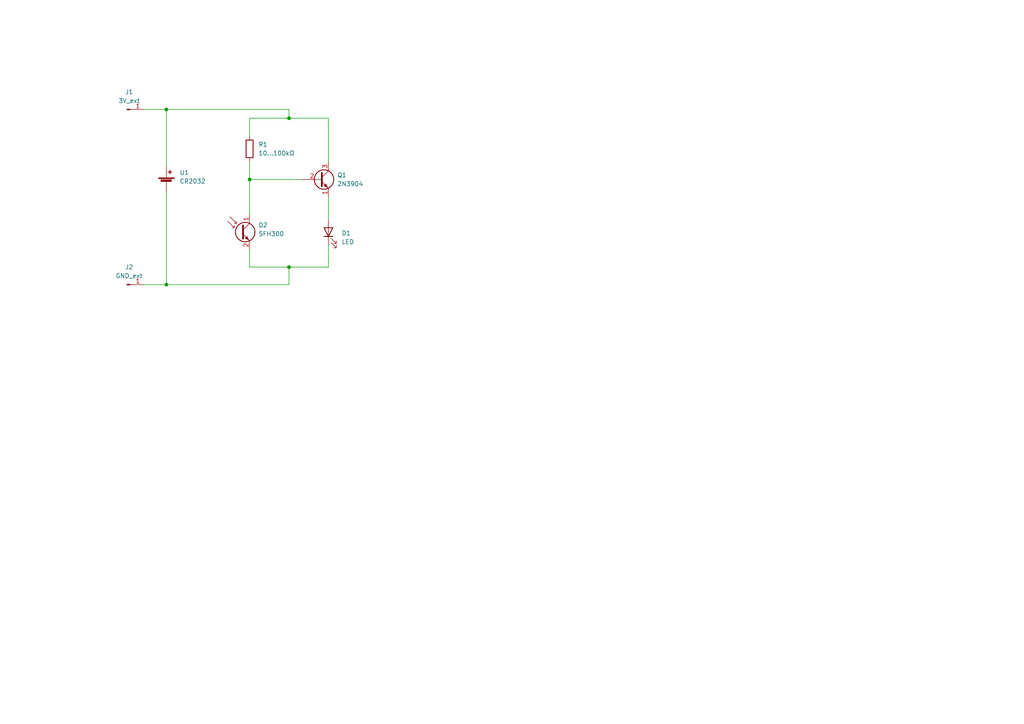
<source format=kicad_sch>
(kicad_sch (version 20211123) (generator eeschema)

  (uuid b41ed9f6-d479-4ecd-99aa-b37cd6751d8b)

  (paper "A4")

  (lib_symbols
    (symbol "Connector:Conn_01x01_Male" (pin_names (offset 1.016) hide) (in_bom yes) (on_board yes)
      (property "Reference" "J" (id 0) (at 0 2.54 0)
        (effects (font (size 1.27 1.27)))
      )
      (property "Value" "Conn_01x01_Male" (id 1) (at 0 -2.54 0)
        (effects (font (size 1.27 1.27)))
      )
      (property "Footprint" "" (id 2) (at 0 0 0)
        (effects (font (size 1.27 1.27)) hide)
      )
      (property "Datasheet" "~" (id 3) (at 0 0 0)
        (effects (font (size 1.27 1.27)) hide)
      )
      (property "ki_keywords" "connector" (id 4) (at 0 0 0)
        (effects (font (size 1.27 1.27)) hide)
      )
      (property "ki_description" "Generic connector, single row, 01x01, script generated (kicad-library-utils/schlib/autogen/connector/)" (id 5) (at 0 0 0)
        (effects (font (size 1.27 1.27)) hide)
      )
      (property "ki_fp_filters" "Connector*:*" (id 6) (at 0 0 0)
        (effects (font (size 1.27 1.27)) hide)
      )
      (symbol "Conn_01x01_Male_1_1"
        (polyline
          (pts
            (xy 1.27 0)
            (xy 0.8636 0)
          )
          (stroke (width 0.1524) (type default) (color 0 0 0 0))
          (fill (type none))
        )
        (rectangle (start 0.8636 0.127) (end 0 -0.127)
          (stroke (width 0.1524) (type default) (color 0 0 0 0))
          (fill (type outline))
        )
        (pin passive line (at 5.08 0 180) (length 3.81)
          (name "Pin_1" (effects (font (size 1.27 1.27))))
          (number "1" (effects (font (size 1.27 1.27))))
        )
      )
    )
    (symbol "Device:Battery_Cell" (pin_numbers hide) (pin_names (offset 0) hide) (in_bom yes) (on_board yes)
      (property "Reference" "BT" (id 0) (at 2.54 2.54 0)
        (effects (font (size 1.27 1.27)) (justify left))
      )
      (property "Value" "Battery_Cell" (id 1) (at 2.54 0 0)
        (effects (font (size 1.27 1.27)) (justify left))
      )
      (property "Footprint" "" (id 2) (at 0 1.524 90)
        (effects (font (size 1.27 1.27)) hide)
      )
      (property "Datasheet" "~" (id 3) (at 0 1.524 90)
        (effects (font (size 1.27 1.27)) hide)
      )
      (property "ki_keywords" "battery cell" (id 4) (at 0 0 0)
        (effects (font (size 1.27 1.27)) hide)
      )
      (property "ki_description" "Single-cell battery" (id 5) (at 0 0 0)
        (effects (font (size 1.27 1.27)) hide)
      )
      (symbol "Battery_Cell_0_1"
        (rectangle (start -2.286 1.778) (end 2.286 1.524)
          (stroke (width 0) (type default) (color 0 0 0 0))
          (fill (type outline))
        )
        (rectangle (start -1.5748 1.1938) (end 1.4732 0.6858)
          (stroke (width 0) (type default) (color 0 0 0 0))
          (fill (type outline))
        )
        (polyline
          (pts
            (xy 0 0.762)
            (xy 0 0)
          )
          (stroke (width 0) (type default) (color 0 0 0 0))
          (fill (type none))
        )
        (polyline
          (pts
            (xy 0 1.778)
            (xy 0 2.54)
          )
          (stroke (width 0) (type default) (color 0 0 0 0))
          (fill (type none))
        )
        (polyline
          (pts
            (xy 0.508 3.429)
            (xy 1.524 3.429)
          )
          (stroke (width 0.254) (type default) (color 0 0 0 0))
          (fill (type none))
        )
        (polyline
          (pts
            (xy 1.016 3.937)
            (xy 1.016 2.921)
          )
          (stroke (width 0.254) (type default) (color 0 0 0 0))
          (fill (type none))
        )
      )
      (symbol "Battery_Cell_1_1"
        (pin passive line (at 0 5.08 270) (length 2.54)
          (name "+" (effects (font (size 1.27 1.27))))
          (number "1" (effects (font (size 1.27 1.27))))
        )
        (pin passive line (at 0 -2.54 90) (length 2.54)
          (name "-" (effects (font (size 1.27 1.27))))
          (number "2" (effects (font (size 1.27 1.27))))
        )
      )
    )
    (symbol "Device:LED" (pin_numbers hide) (pin_names (offset 1.016) hide) (in_bom yes) (on_board yes)
      (property "Reference" "D" (id 0) (at 0 2.54 0)
        (effects (font (size 1.27 1.27)))
      )
      (property "Value" "LED" (id 1) (at 0 -2.54 0)
        (effects (font (size 1.27 1.27)))
      )
      (property "Footprint" "" (id 2) (at 0 0 0)
        (effects (font (size 1.27 1.27)) hide)
      )
      (property "Datasheet" "~" (id 3) (at 0 0 0)
        (effects (font (size 1.27 1.27)) hide)
      )
      (property "ki_keywords" "LED diode" (id 4) (at 0 0 0)
        (effects (font (size 1.27 1.27)) hide)
      )
      (property "ki_description" "Light emitting diode" (id 5) (at 0 0 0)
        (effects (font (size 1.27 1.27)) hide)
      )
      (property "ki_fp_filters" "LED* LED_SMD:* LED_THT:*" (id 6) (at 0 0 0)
        (effects (font (size 1.27 1.27)) hide)
      )
      (symbol "LED_0_1"
        (polyline
          (pts
            (xy -1.27 -1.27)
            (xy -1.27 1.27)
          )
          (stroke (width 0.254) (type default) (color 0 0 0 0))
          (fill (type none))
        )
        (polyline
          (pts
            (xy -1.27 0)
            (xy 1.27 0)
          )
          (stroke (width 0) (type default) (color 0 0 0 0))
          (fill (type none))
        )
        (polyline
          (pts
            (xy 1.27 -1.27)
            (xy 1.27 1.27)
            (xy -1.27 0)
            (xy 1.27 -1.27)
          )
          (stroke (width 0.254) (type default) (color 0 0 0 0))
          (fill (type none))
        )
        (polyline
          (pts
            (xy -3.048 -0.762)
            (xy -4.572 -2.286)
            (xy -3.81 -2.286)
            (xy -4.572 -2.286)
            (xy -4.572 -1.524)
          )
          (stroke (width 0) (type default) (color 0 0 0 0))
          (fill (type none))
        )
        (polyline
          (pts
            (xy -1.778 -0.762)
            (xy -3.302 -2.286)
            (xy -2.54 -2.286)
            (xy -3.302 -2.286)
            (xy -3.302 -1.524)
          )
          (stroke (width 0) (type default) (color 0 0 0 0))
          (fill (type none))
        )
      )
      (symbol "LED_1_1"
        (pin passive line (at -3.81 0 0) (length 2.54)
          (name "K" (effects (font (size 1.27 1.27))))
          (number "1" (effects (font (size 1.27 1.27))))
        )
        (pin passive line (at 3.81 0 180) (length 2.54)
          (name "A" (effects (font (size 1.27 1.27))))
          (number "2" (effects (font (size 1.27 1.27))))
        )
      )
    )
    (symbol "Device:R" (pin_numbers hide) (pin_names (offset 0)) (in_bom yes) (on_board yes)
      (property "Reference" "R" (id 0) (at 2.032 0 90)
        (effects (font (size 1.27 1.27)))
      )
      (property "Value" "R" (id 1) (at 0 0 90)
        (effects (font (size 1.27 1.27)))
      )
      (property "Footprint" "" (id 2) (at -1.778 0 90)
        (effects (font (size 1.27 1.27)) hide)
      )
      (property "Datasheet" "~" (id 3) (at 0 0 0)
        (effects (font (size 1.27 1.27)) hide)
      )
      (property "ki_keywords" "R res resistor" (id 4) (at 0 0 0)
        (effects (font (size 1.27 1.27)) hide)
      )
      (property "ki_description" "Resistor" (id 5) (at 0 0 0)
        (effects (font (size 1.27 1.27)) hide)
      )
      (property "ki_fp_filters" "R_*" (id 6) (at 0 0 0)
        (effects (font (size 1.27 1.27)) hide)
      )
      (symbol "R_0_1"
        (rectangle (start -1.016 -2.54) (end 1.016 2.54)
          (stroke (width 0.254) (type default) (color 0 0 0 0))
          (fill (type none))
        )
      )
      (symbol "R_1_1"
        (pin passive line (at 0 3.81 270) (length 1.27)
          (name "~" (effects (font (size 1.27 1.27))))
          (number "1" (effects (font (size 1.27 1.27))))
        )
        (pin passive line (at 0 -3.81 90) (length 1.27)
          (name "~" (effects (font (size 1.27 1.27))))
          (number "2" (effects (font (size 1.27 1.27))))
        )
      )
    )
    (symbol "Sensor_Optical:SFH300" (pin_names (offset 0) hide) (in_bom yes) (on_board yes)
      (property "Reference" "Q" (id 0) (at 5.08 1.27 0)
        (effects (font (size 1.27 1.27)) (justify left))
      )
      (property "Value" "SFH300" (id 1) (at 5.08 -1.27 0)
        (effects (font (size 1.27 1.27)) (justify left))
      )
      (property "Footprint" "LED_THT:LED_D5.0mm_Clear" (id 2) (at 12.192 -3.556 0)
        (effects (font (size 1.27 1.27)) hide)
      )
      (property "Datasheet" "http://www.osram-os.com/Graphics/XPic2/00101785_0.pdf" (id 3) (at 0 0 0)
        (effects (font (size 1.27 1.27)) hide)
      )
      (property "ki_keywords" "NPN phototransistor" (id 4) (at 0 0 0)
        (effects (font (size 1.27 1.27)) hide)
      )
      (property "ki_description" "silicon NPN phototransistor" (id 5) (at 0 0 0)
        (effects (font (size 1.27 1.27)) hide)
      )
      (property "ki_fp_filters" "LED*D5.0mm*Clear*" (id 6) (at 0 0 0)
        (effects (font (size 1.27 1.27)) hide)
      )
      (symbol "SFH300_0_1"
        (polyline
          (pts
            (xy -1.905 1.27)
            (xy -2.54 1.27)
          )
          (stroke (width 0) (type default) (color 0 0 0 0))
          (fill (type none))
        )
        (polyline
          (pts
            (xy -1.27 2.54)
            (xy -1.905 2.54)
          )
          (stroke (width 0) (type default) (color 0 0 0 0))
          (fill (type none))
        )
        (polyline
          (pts
            (xy 0.635 0.635)
            (xy 2.54 2.54)
          )
          (stroke (width 0) (type default) (color 0 0 0 0))
          (fill (type none))
        )
        (polyline
          (pts
            (xy -3.81 3.175)
            (xy -1.905 1.27)
            (xy -1.905 1.905)
          )
          (stroke (width 0) (type default) (color 0 0 0 0))
          (fill (type none))
        )
        (polyline
          (pts
            (xy -3.175 4.445)
            (xy -1.27 2.54)
            (xy -1.27 3.175)
          )
          (stroke (width 0) (type default) (color 0 0 0 0))
          (fill (type none))
        )
        (polyline
          (pts
            (xy 0.635 -0.635)
            (xy 2.54 -2.54)
            (xy 2.54 -2.54)
          )
          (stroke (width 0) (type default) (color 0 0 0 0))
          (fill (type none))
        )
        (polyline
          (pts
            (xy 0.635 1.905)
            (xy 0.635 -1.905)
            (xy 0.635 -1.905)
          )
          (stroke (width 0.508) (type default) (color 0 0 0 0))
          (fill (type none))
        )
        (polyline
          (pts
            (xy 1.27 -1.778)
            (xy 1.778 -1.27)
            (xy 2.286 -2.286)
            (xy 1.27 -1.778)
            (xy 1.27 -1.778)
          )
          (stroke (width 0) (type default) (color 0 0 0 0))
          (fill (type outline))
        )
        (circle (center 1.27 0) (radius 2.8194)
          (stroke (width 0.254) (type default) (color 0 0 0 0))
          (fill (type none))
        )
      )
      (symbol "SFH300_1_1"
        (pin passive line (at 2.54 5.08 270) (length 2.54)
          (name "C" (effects (font (size 1.27 1.27))))
          (number "1" (effects (font (size 1.27 1.27))))
        )
        (pin passive line (at 2.54 -5.08 90) (length 2.54)
          (name "E" (effects (font (size 1.27 1.27))))
          (number "2" (effects (font (size 1.27 1.27))))
        )
      )
    )
    (symbol "Transistor_BJT:2N3904" (pin_names (offset 0) hide) (in_bom yes) (on_board yes)
      (property "Reference" "Q" (id 0) (at 5.08 1.905 0)
        (effects (font (size 1.27 1.27)) (justify left))
      )
      (property "Value" "2N3904" (id 1) (at 5.08 0 0)
        (effects (font (size 1.27 1.27)) (justify left))
      )
      (property "Footprint" "Package_TO_SOT_THT:TO-92_Inline" (id 2) (at 5.08 -1.905 0)
        (effects (font (size 1.27 1.27) italic) (justify left) hide)
      )
      (property "Datasheet" "https://www.onsemi.com/pub/Collateral/2N3903-D.PDF" (id 3) (at 0 0 0)
        (effects (font (size 1.27 1.27)) (justify left) hide)
      )
      (property "ki_keywords" "NPN Transistor" (id 4) (at 0 0 0)
        (effects (font (size 1.27 1.27)) hide)
      )
      (property "ki_description" "0.2A Ic, 40V Vce, Small Signal NPN Transistor, TO-92" (id 5) (at 0 0 0)
        (effects (font (size 1.27 1.27)) hide)
      )
      (property "ki_fp_filters" "TO?92*" (id 6) (at 0 0 0)
        (effects (font (size 1.27 1.27)) hide)
      )
      (symbol "2N3904_0_1"
        (polyline
          (pts
            (xy 0.635 0.635)
            (xy 2.54 2.54)
          )
          (stroke (width 0) (type default) (color 0 0 0 0))
          (fill (type none))
        )
        (polyline
          (pts
            (xy 0.635 -0.635)
            (xy 2.54 -2.54)
            (xy 2.54 -2.54)
          )
          (stroke (width 0) (type default) (color 0 0 0 0))
          (fill (type none))
        )
        (polyline
          (pts
            (xy 0.635 1.905)
            (xy 0.635 -1.905)
            (xy 0.635 -1.905)
          )
          (stroke (width 0.508) (type default) (color 0 0 0 0))
          (fill (type none))
        )
        (polyline
          (pts
            (xy 1.27 -1.778)
            (xy 1.778 -1.27)
            (xy 2.286 -2.286)
            (xy 1.27 -1.778)
            (xy 1.27 -1.778)
          )
          (stroke (width 0) (type default) (color 0 0 0 0))
          (fill (type outline))
        )
        (circle (center 1.27 0) (radius 2.8194)
          (stroke (width 0.254) (type default) (color 0 0 0 0))
          (fill (type none))
        )
      )
      (symbol "2N3904_1_1"
        (pin passive line (at 2.54 -5.08 90) (length 2.54)
          (name "E" (effects (font (size 1.27 1.27))))
          (number "1" (effects (font (size 1.27 1.27))))
        )
        (pin passive line (at -5.08 0 0) (length 5.715)
          (name "B" (effects (font (size 1.27 1.27))))
          (number "2" (effects (font (size 1.27 1.27))))
        )
        (pin passive line (at 2.54 5.08 270) (length 2.54)
          (name "C" (effects (font (size 1.27 1.27))))
          (number "3" (effects (font (size 1.27 1.27))))
        )
      )
    )
  )

  (junction (at 48.26 31.75) (diameter 0) (color 0 0 0 0)
    (uuid 3bdd14e9-d499-41e7-8055-7c0c36705799)
  )
  (junction (at 83.82 77.47) (diameter 0) (color 0 0 0 0)
    (uuid 41de93a2-3222-433c-a48e-601b7732e9d7)
  )
  (junction (at 83.82 34.29) (diameter 0) (color 0 0 0 0)
    (uuid 4bbc6354-09b0-4282-8087-e70352a35aab)
  )
  (junction (at 72.39 52.07) (diameter 0) (color 0 0 0 0)
    (uuid 62360b3f-f3c9-4cb4-8de0-d4c45d42c95a)
  )
  (junction (at 48.26 82.55) (diameter 0) (color 0 0 0 0)
    (uuid 8bf31354-32c8-4e0a-915e-d1718bbe7efa)
  )

  (wire (pts (xy 95.25 34.29) (xy 95.25 46.99))
    (stroke (width 0) (type default) (color 0 0 0 0))
    (uuid 040d917d-27e1-45c1-b571-95bad8398bc4)
  )
  (wire (pts (xy 83.82 77.47) (xy 83.82 82.55))
    (stroke (width 0) (type default) (color 0 0 0 0))
    (uuid 08083dc9-76a1-4ebd-8e60-0e3fa91f6687)
  )
  (wire (pts (xy 95.25 57.15) (xy 95.25 63.5))
    (stroke (width 0) (type default) (color 0 0 0 0))
    (uuid 1acb2a49-9c3f-43ea-a2fc-aa19b61e44a5)
  )
  (wire (pts (xy 83.82 34.29) (xy 95.25 34.29))
    (stroke (width 0) (type default) (color 0 0 0 0))
    (uuid 3ad915f6-a856-4702-975b-0603df74ba92)
  )
  (wire (pts (xy 72.39 77.47) (xy 72.39 72.39))
    (stroke (width 0) (type default) (color 0 0 0 0))
    (uuid 500a1744-e74b-4d08-a737-8a5f5f433b25)
  )
  (wire (pts (xy 48.26 48.26) (xy 48.26 31.75))
    (stroke (width 0) (type default) (color 0 0 0 0))
    (uuid 556f5066-e387-4071-9dc2-f82d19982613)
  )
  (wire (pts (xy 95.25 77.47) (xy 83.82 77.47))
    (stroke (width 0) (type default) (color 0 0 0 0))
    (uuid 635d75b9-277a-4d2c-a4bf-d38e5dbbe759)
  )
  (wire (pts (xy 41.91 82.55) (xy 48.26 82.55))
    (stroke (width 0) (type default) (color 0 0 0 0))
    (uuid 67baedc0-f604-49b8-bc50-832156d86ba0)
  )
  (wire (pts (xy 72.39 34.29) (xy 83.82 34.29))
    (stroke (width 0) (type default) (color 0 0 0 0))
    (uuid 71907958-eccf-428d-aa14-54b7259216ab)
  )
  (wire (pts (xy 48.26 31.75) (xy 83.82 31.75))
    (stroke (width 0) (type default) (color 0 0 0 0))
    (uuid 77915ebf-e295-4661-a90e-5658339409cc)
  )
  (wire (pts (xy 72.39 52.07) (xy 72.39 62.23))
    (stroke (width 0) (type default) (color 0 0 0 0))
    (uuid 804b6ace-da0f-4036-92fe-b43bfe65bda8)
  )
  (wire (pts (xy 41.91 31.75) (xy 48.26 31.75))
    (stroke (width 0) (type default) (color 0 0 0 0))
    (uuid 885e00df-fdf1-4ff0-9a75-ccc2361839c6)
  )
  (wire (pts (xy 87.63 52.07) (xy 72.39 52.07))
    (stroke (width 0) (type default) (color 0 0 0 0))
    (uuid b40906a9-3e50-4ba9-8173-345819f6388c)
  )
  (wire (pts (xy 72.39 39.37) (xy 72.39 34.29))
    (stroke (width 0) (type default) (color 0 0 0 0))
    (uuid b83d6381-1383-459f-84a2-695231ac9b94)
  )
  (wire (pts (xy 83.82 77.47) (xy 72.39 77.47))
    (stroke (width 0) (type default) (color 0 0 0 0))
    (uuid c3c46c0b-9d3d-4e4a-a363-a60bdbce9a02)
  )
  (wire (pts (xy 83.82 31.75) (xy 83.82 34.29))
    (stroke (width 0) (type default) (color 0 0 0 0))
    (uuid db4fd9c9-016e-46ca-8fc6-146b1d87cca8)
  )
  (wire (pts (xy 48.26 82.55) (xy 83.82 82.55))
    (stroke (width 0) (type default) (color 0 0 0 0))
    (uuid deb33f3d-95a4-41d3-aeec-ac4687b4365e)
  )
  (wire (pts (xy 95.25 71.12) (xy 95.25 77.47))
    (stroke (width 0) (type default) (color 0 0 0 0))
    (uuid f1c0cb67-5199-4b80-917d-9140e9a7b9d4)
  )
  (wire (pts (xy 48.26 55.88) (xy 48.26 82.55))
    (stroke (width 0) (type default) (color 0 0 0 0))
    (uuid f27cef5a-abef-4254-a30d-138f7cce8314)
  )
  (wire (pts (xy 72.39 52.07) (xy 72.39 46.99))
    (stroke (width 0) (type default) (color 0 0 0 0))
    (uuid fad710eb-3f3e-4937-baa9-b4b535da6e42)
  )

  (symbol (lib_id "Sensor_Optical:SFH300") (at 69.85 67.31 0) (unit 1)
    (in_bom yes) (on_board yes) (fields_autoplaced)
    (uuid 09de9e2b-2747-41f0-b7c0-36932673f3d1)
    (property "Reference" "D2" (id 0) (at 74.93 65.2906 0)
      (effects (font (size 1.27 1.27)) (justify left))
    )
    (property "Value" "SFH300" (id 1) (at 74.93 67.8306 0)
      (effects (font (size 1.27 1.27)) (justify left))
    )
    (property "Footprint" "gluhwurmchen:LED_D5.0mm_Clear_handsolder" (id 2) (at 82.042 70.866 0)
      (effects (font (size 1.27 1.27)) hide)
    )
    (property "Datasheet" "http://www.osram-os.com/Graphics/XPic2/00101785_0.pdf" (id 3) (at 69.85 67.31 0)
      (effects (font (size 1.27 1.27)) hide)
    )
    (pin "1" (uuid 0567ae21-dccc-474d-9209-9d9b3c543af6))
    (pin "2" (uuid 2c833b03-b218-4fd4-8f53-6a95b6895da4))
  )

  (symbol (lib_id "Connector:Conn_01x01_Male") (at 36.83 31.75 0) (unit 1)
    (in_bom yes) (on_board yes) (fields_autoplaced)
    (uuid 2c180a1f-ac0e-4b61-8a47-3091d65e1c1c)
    (property "Reference" "J1" (id 0) (at 37.465 26.67 0))
    (property "Value" "3V_ext" (id 1) (at 37.465 29.21 0))
    (property "Footprint" "gluhwurmchen:SolderWirePad_1x01_SMD_2x2mm" (id 2) (at 36.83 31.75 0)
      (effects (font (size 1.27 1.27)) hide)
    )
    (property "Datasheet" "~" (id 3) (at 36.83 31.75 0)
      (effects (font (size 1.27 1.27)) hide)
    )
    (pin "1" (uuid ba858fca-5f0c-4bc7-9d94-160df597a079))
  )

  (symbol (lib_id "Transistor_BJT:2N3904") (at 92.71 52.07 0) (unit 1)
    (in_bom yes) (on_board yes) (fields_autoplaced)
    (uuid 5c780b49-336d-4df0-b088-0ad50cb54510)
    (property "Reference" "Q1" (id 0) (at 97.79 50.7999 0)
      (effects (font (size 1.27 1.27)) (justify left))
    )
    (property "Value" "2N3904" (id 1) (at 97.79 53.3399 0)
      (effects (font (size 1.27 1.27)) (justify left))
    )
    (property "Footprint" "gluhwurmchen:TO-92L_Inline_Handsolder" (id 2) (at 97.79 53.975 0)
      (effects (font (size 1.27 1.27) italic) (justify left) hide)
    )
    (property "Datasheet" "https://www.onsemi.com/pub/Collateral/2N3903-D.PDF" (id 3) (at 92.71 52.07 0)
      (effects (font (size 1.27 1.27)) (justify left) hide)
    )
    (pin "1" (uuid e5690db0-139c-4042-8846-b6ea735d9137))
    (pin "2" (uuid 5c2bad5a-85e9-4d11-9c93-34a593cc40ed))
    (pin "3" (uuid f34ad1f0-2743-47b3-8d33-46b04b1b3487))
  )

  (symbol (lib_id "Connector:Conn_01x01_Male") (at 36.83 82.55 0) (unit 1)
    (in_bom yes) (on_board yes) (fields_autoplaced)
    (uuid 70a23682-5420-4fb4-9f81-f6f839e3c89d)
    (property "Reference" "J2" (id 0) (at 37.465 77.47 0))
    (property "Value" "GND_ext" (id 1) (at 37.465 80.01 0))
    (property "Footprint" "gluhwurmchen:SolderWirePad_1x01_SMD_2x2mm" (id 2) (at 36.83 82.55 0)
      (effects (font (size 1.27 1.27)) hide)
    )
    (property "Datasheet" "~" (id 3) (at 36.83 82.55 0)
      (effects (font (size 1.27 1.27)) hide)
    )
    (pin "1" (uuid 7f39b1e7-a4e7-4084-834a-3040d0e27654))
  )

  (symbol (lib_id "Device:Battery_Cell") (at 48.26 53.34 0) (unit 1)
    (in_bom yes) (on_board yes) (fields_autoplaced)
    (uuid a439cc34-630a-402f-8e9d-1d19af6d2308)
    (property "Reference" "U1" (id 0) (at 52.07 50.0379 0)
      (effects (font (size 1.27 1.27)) (justify left))
    )
    (property "Value" "CR2032" (id 1) (at 52.07 52.5779 0)
      (effects (font (size 1.27 1.27)) (justify left))
    )
    (property "Footprint" "gluhwurmchen:CR2032_batteryholder" (id 2) (at 48.26 51.816 90)
      (effects (font (size 1.27 1.27)) hide)
    )
    (property "Datasheet" "~" (id 3) (at 48.26 51.816 90)
      (effects (font (size 1.27 1.27)) hide)
    )
    (pin "1" (uuid c60ad244-1979-4b93-a33d-f1fed2dbc814))
    (pin "2" (uuid 1bdfadd6-f9ef-413d-b430-2a4cf22d3ff1))
  )

  (symbol (lib_id "Device:LED") (at 95.25 67.31 90) (unit 1)
    (in_bom yes) (on_board yes) (fields_autoplaced)
    (uuid bd93cfdc-8b59-4d3b-8d98-fc8e20a7d6f7)
    (property "Reference" "D1" (id 0) (at 99.06 67.6274 90)
      (effects (font (size 1.27 1.27)) (justify right))
    )
    (property "Value" "LED" (id 1) (at 99.06 70.1674 90)
      (effects (font (size 1.27 1.27)) (justify right))
    )
    (property "Footprint" "gluhwurmchen:LED_D5.0mm_handsolder" (id 2) (at 95.25 67.31 0)
      (effects (font (size 1.27 1.27)) hide)
    )
    (property "Datasheet" "~" (id 3) (at 95.25 67.31 0)
      (effects (font (size 1.27 1.27)) hide)
    )
    (pin "1" (uuid 116b2d7d-3ce0-4b42-b3c9-ad9b1f878e1a))
    (pin "2" (uuid 8fc4bcc1-3ad6-4bea-bf45-8c3428df539e))
  )

  (symbol (lib_id "Device:R") (at 72.39 43.18 0) (unit 1)
    (in_bom yes) (on_board yes) (fields_autoplaced)
    (uuid fcc2a2cf-62db-4d94-aa5b-4192494600aa)
    (property "Reference" "R1" (id 0) (at 74.93 41.9099 0)
      (effects (font (size 1.27 1.27)) (justify left))
    )
    (property "Value" "10...100kΩ" (id 1) (at 74.93 44.4499 0)
      (effects (font (size 1.27 1.27)) (justify left))
    )
    (property "Footprint" "gluhwurmchen:R_Axial_12.7mm_handsolder" (id 2) (at 70.612 43.18 90)
      (effects (font (size 1.27 1.27)) hide)
    )
    (property "Datasheet" "~" (id 3) (at 72.39 43.18 0)
      (effects (font (size 1.27 1.27)) hide)
    )
    (pin "1" (uuid 866af6a9-d46f-4cdd-b941-21ca661f522c))
    (pin "2" (uuid 0af905a7-124e-4581-b599-57229c1887b9))
  )

  (sheet_instances
    (path "/" (page "1"))
  )

  (symbol_instances
    (path "/bd93cfdc-8b59-4d3b-8d98-fc8e20a7d6f7"
      (reference "D1") (unit 1) (value "LED") (footprint "gluhwurmchen:LED_D5.0mm_handsolder")
    )
    (path "/09de9e2b-2747-41f0-b7c0-36932673f3d1"
      (reference "D2") (unit 1) (value "SFH300") (footprint "gluhwurmchen:LED_D5.0mm_Clear_handsolder")
    )
    (path "/2c180a1f-ac0e-4b61-8a47-3091d65e1c1c"
      (reference "J1") (unit 1) (value "3V_ext") (footprint "gluhwurmchen:SolderWirePad_1x01_SMD_2x2mm")
    )
    (path "/70a23682-5420-4fb4-9f81-f6f839e3c89d"
      (reference "J2") (unit 1) (value "GND_ext") (footprint "gluhwurmchen:SolderWirePad_1x01_SMD_2x2mm")
    )
    (path "/5c780b49-336d-4df0-b088-0ad50cb54510"
      (reference "Q1") (unit 1) (value "2N3904") (footprint "gluhwurmchen:TO-92L_Inline_Handsolder")
    )
    (path "/fcc2a2cf-62db-4d94-aa5b-4192494600aa"
      (reference "R1") (unit 1) (value "10...100kΩ") (footprint "gluhwurmchen:R_Axial_12.7mm_handsolder")
    )
    (path "/a439cc34-630a-402f-8e9d-1d19af6d2308"
      (reference "U1") (unit 1) (value "CR2032") (footprint "gluhwurmchen:CR2032_batteryholder")
    )
  )
)

</source>
